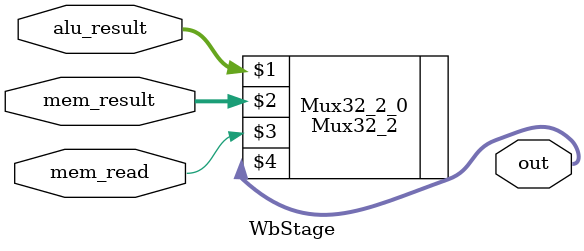
<source format=v>
`include "defines.v"

module WbStage(alu_result, mem_result, mem_read, out);
    input [31:0]alu_result, mem_result;
    input mem_read;

    output [31:0]out;

    Mux32_2 Mux32_2_0(alu_result, mem_result, mem_read, out);
endmodule

</source>
